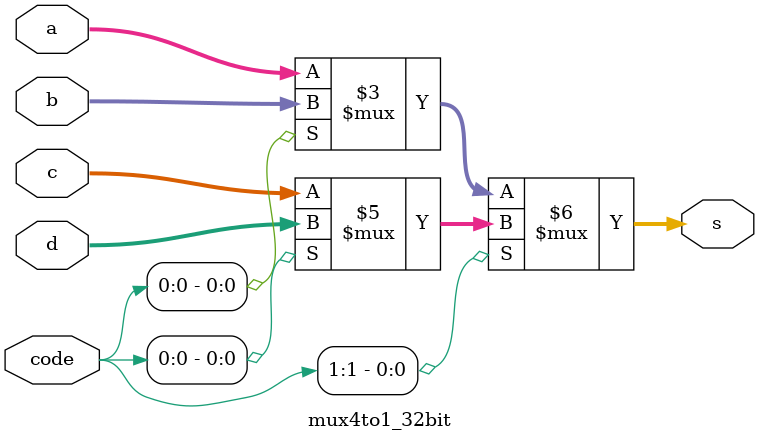
<source format=v>
`timescale 1ns / 1ps
module mux4to1_32bit( 
	input [1:0]code, 
	input [31:0] a, 
	input [31:0] b,
	input [31:0] c,
	input [31:0] d,
	output [31:0] s
    );
	assign s = (code[1] == 0) ? ((code[0] == 0)? a : b) : ((code[0] == 0)? c : d);

endmodule

</source>
